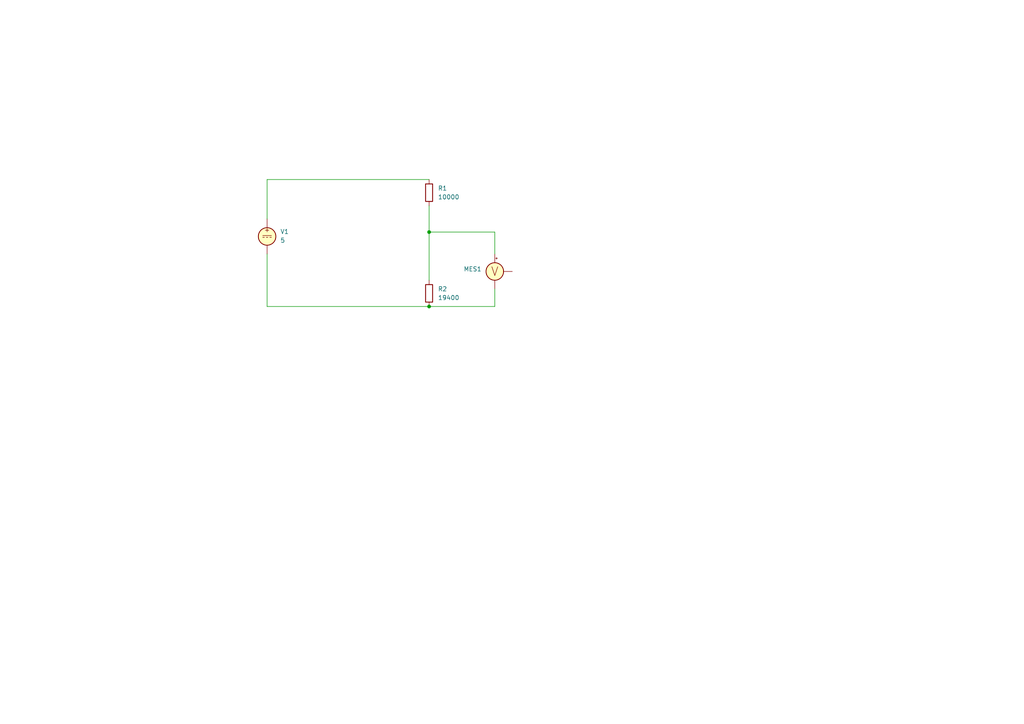
<source format=kicad_sch>
(kicad_sch (version 20230121) (generator eeschema)
  (paper "A4")
  (lib_symbols
    (symbol "Device:R" (pin_numbers hide) (pin_names (offset 0))
      (property "Reference" "R" (at 2.032 0 90))
      (property "Value" "R" (at 0 0 90))
      (symbol "R_0_1"
        (rectangle (start -1.016 -2.54) (end 1.016 2.54) (stroke (width 0.254)))
      )
      (symbol "R_1_1"
        (pin passive line (at 0 3.81 270) (length 1.27) (name "~") (number "1"))
        (pin passive line (at 0 -3.81 90) (length 1.27) (name "~") (number "2"))
      )
    )
    (symbol "Simulation_SPICE:VDC" (pin_numbers hide) (pin_names (offset 0.0254))
      (property "Reference" "V" (at 2.54 2.54 0))
      (property "Value" "1" (at 2.54 0 0))
      (symbol "VDC_0_0"
        (polyline (pts (xy -1.27 0.254) (xy 1.27 0.254)))
        (polyline (pts (xy -0.762 -0.254) (xy -1.27 -0.254)))
        (polyline (pts (xy 0.254 -0.254) (xy -0.254 -0.254)))
        (polyline (pts (xy 1.27 -0.254) (xy 0.762 -0.254)))
        (text "+" (at 0 1.905 0) (effects (font (size 1.27 1.27))))
      )
      (symbol "VDC_0_1"
        (circle (center 0 0) (radius 2.54) (stroke (width 0.254)) (fill (type background)))
      )
      (symbol "VDC_1_1"
        (pin passive line (at 0 5.08 270) (length 2.54) (name "~") (number "1"))
        (pin passive line (at 0 -5.08 90) (length 2.54) (name "~") (number "2"))
      )
    )
    (symbol "Simulation_SPICE:VOLTMETER_DIFF" (pin_numbers hide) (pin_names (offset 0.0254) hide) (in_bom no) (on_board no)
      (property "Reference" "MES?" (at -10.16 0 0))
      (symbol "VOLTMETER_DIFF_0_0"
        (text "V" (at 0 0 0) (effects (font (size 2.54 2.54))))
      )
      (symbol "VOLTMETER_DIFF_0_1"
        (polyline (pts (xy 0.254 3.81) (xy 0.762 3.81)))
        (polyline (pts (xy 0.508 4.064) (xy 0.508 3.556)))
        (circle (center 0 0) (radius 2.54) (stroke (width 0.254)) (fill (type background)))
      )
      (symbol "VOLTMETER_DIFF_1_1"
        (pin passive line (at 0 5.08 270) (length 2.54) (name "+") (number "1"))
        (pin passive line (at 0 -5.08 90) (length 2.54) (name "-") (number "2"))
        (pin output line (at 5.08 0 180) (length 2.54) (name "out") (number "3"))
      )
    )
  )
  (junction (at 124.46 67.31))
  (junction (at 124.46 88.9))
  (wire (pts (xy 143.51 88.9) (xy 124.46 88.9)))
  (wire (pts (xy 124.46 67.31) (xy 124.46 81.28)))
  (wire (pts (xy 77.47 63.5) (xy 77.47 52.07)))
  (wire (pts (xy 124.46 59.69) (xy 124.46 67.31)))
  (wire (pts (xy 77.47 73.66) (xy 77.47 88.9)))
  (wire (pts (xy 143.51 67.31) (xy 143.51 73.66)))
  (wire (pts (xy 124.46 67.31) (xy 143.51 67.31)))
  (wire (pts (xy 77.47 52.07) (xy 124.46 52.07)))
  (wire (pts (xy 77.47 88.9) (xy 124.46 88.9)))
  (wire (pts (xy 143.51 83.82) (xy 143.51 88.9)))
  (symbol (lib_id "Simulation_SPICE:VOLTMETER_DIFF") (at 143.51 78.74 0) (unit 1) (in_bom no) (on_board no)
    (property "Reference" "MES1" (at 139.7 78.0415 0) (effects (justify right)))
    (property "Value" "VOLTMETER_DIFF" (effects hide))
    (property "Datasheet" "https://ngspice.sourceforge.io/docs/ngspice-manual.pdf" (effects hide))
    (property "Sim.Name" "kicad_builtin_vdiff" (effects hide))
    (property "Sim.Device" "SUBCKT" (effects hide))
    (property "Sim.Pins" "1=1 2=2 3=3" (effects hide))
    (property "Sim.Library" "${KICAD7_SYMBOL_DIR}/Simulation_SPICE.sp" (effects hide))
  )
  (symbol (lib_id "Simulation_SPICE:VDC") (at 77.47 68.58 0) (unit 1)
    (property "Reference" "V1" (at 81.28 67.1802 0) (effects (justify left)))
    (property "Value" "5" (at 81.28 69.7202 0) (effects (justify left)))
    (property "Sim.Pins" "1=+ 2=-" (effects hide))
    (property "Sim.Type" "DC" (effects hide))
    (property "Sim.Device" "V" (effects hide))
  )
  (symbol (lib_id "Device:R") (at 124.46 55.88 0) (unit 1)
    (property "Reference" "R1" (at 127 54.61 0) (effects (justify left)))
    (property "Value" "10000" (at 127 57.15 0) (effects (justify left)))
  )
  (symbol (lib_id "Device:R") (at 124.46 85.09 0) (unit 1)
    (property "Reference" "R2" (at 127 83.82 0) (effects (justify left)))
    (property "Value" "19400" (at 127 86.36 0) (effects (justify left)))
  )
)
</source>
